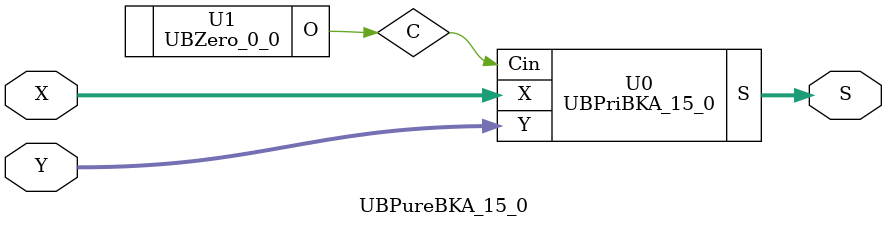
<source format=v>
/*----------------------------------------------------------------------------
  Copyright (c) 2021 Homma laboratory. All rights reserved.

  Top module: UBBKA_15_0_15_0

  Operand-1 length: 16
  Operand-2 length: 16
  Two-operand addition algorithm: Brent-Kung adder
----------------------------------------------------------------------------*/

module GPGenerator(Go, Po, A, B);
  output Go;
  output Po;
  input A;
  input B;
  assign Go = A & B;
  assign Po = A ^ B;
endmodule

module CarryOperator(Go, Po, Gi1, Pi1, Gi2, Pi2);
  output Go;
  output Po;
  input Gi1;
  input Gi2;
  input Pi1;
  input Pi2;
  assign Go = Gi1 | ( Gi2 & Pi1 );
  assign Po = Pi1 & Pi2;
endmodule

module UBPriBKA_15_0(S, X, Y, Cin);
  output [16:0] S;
  input Cin;
  input [15:0] X;
  input [15:0] Y;
  wire [15:0] G0;
  wire [15:0] G1;
  wire [15:0] G2;
  wire [15:0] G3;
  wire [15:0] G4;
  wire [15:0] G5;
  wire [15:0] G6;
  wire [15:0] G7;
  wire [15:0] G8;
  wire [15:0] P0;
  wire [15:0] P1;
  wire [15:0] P2;
  wire [15:0] P3;
  wire [15:0] P4;
  wire [15:0] P5;
  wire [15:0] P6;
  wire [15:0] P7;
  wire [15:0] P8;
  assign P1[0] = P0[0];
  assign G1[0] = G0[0];
  assign P1[2] = P0[2];
  assign G1[2] = G0[2];
  assign P1[4] = P0[4];
  assign G1[4] = G0[4];
  assign P1[6] = P0[6];
  assign G1[6] = G0[6];
  assign P1[8] = P0[8];
  assign G1[8] = G0[8];
  assign P1[10] = P0[10];
  assign G1[10] = G0[10];
  assign P1[12] = P0[12];
  assign G1[12] = G0[12];
  assign P1[14] = P0[14];
  assign G1[14] = G0[14];
  assign P2[0] = P1[0];
  assign G2[0] = G1[0];
  assign P2[1] = P1[1];
  assign G2[1] = G1[1];
  assign P2[2] = P1[2];
  assign G2[2] = G1[2];
  assign P2[4] = P1[4];
  assign G2[4] = G1[4];
  assign P2[5] = P1[5];
  assign G2[5] = G1[5];
  assign P2[6] = P1[6];
  assign G2[6] = G1[6];
  assign P2[8] = P1[8];
  assign G2[8] = G1[8];
  assign P2[9] = P1[9];
  assign G2[9] = G1[9];
  assign P2[10] = P1[10];
  assign G2[10] = G1[10];
  assign P2[12] = P1[12];
  assign G2[12] = G1[12];
  assign P2[13] = P1[13];
  assign G2[13] = G1[13];
  assign P2[14] = P1[14];
  assign G2[14] = G1[14];
  assign P3[0] = P2[0];
  assign G3[0] = G2[0];
  assign P3[1] = P2[1];
  assign G3[1] = G2[1];
  assign P3[2] = P2[2];
  assign G3[2] = G2[2];
  assign P3[3] = P2[3];
  assign G3[3] = G2[3];
  assign P3[4] = P2[4];
  assign G3[4] = G2[4];
  assign P3[5] = P2[5];
  assign G3[5] = G2[5];
  assign P3[6] = P2[6];
  assign G3[6] = G2[6];
  assign P3[8] = P2[8];
  assign G3[8] = G2[8];
  assign P3[9] = P2[9];
  assign G3[9] = G2[9];
  assign P3[10] = P2[10];
  assign G3[10] = G2[10];
  assign P3[11] = P2[11];
  assign G3[11] = G2[11];
  assign P3[12] = P2[12];
  assign G3[12] = G2[12];
  assign P3[13] = P2[13];
  assign G3[13] = G2[13];
  assign P3[14] = P2[14];
  assign G3[14] = G2[14];
  assign P4[0] = P3[0];
  assign G4[0] = G3[0];
  assign P4[1] = P3[1];
  assign G4[1] = G3[1];
  assign P4[2] = P3[2];
  assign G4[2] = G3[2];
  assign P4[3] = P3[3];
  assign G4[3] = G3[3];
  assign P4[4] = P3[4];
  assign G4[4] = G3[4];
  assign P4[5] = P3[5];
  assign G4[5] = G3[5];
  assign P4[6] = P3[6];
  assign G4[6] = G3[6];
  assign P4[7] = P3[7];
  assign G4[7] = G3[7];
  assign P4[8] = P3[8];
  assign G4[8] = G3[8];
  assign P4[9] = P3[9];
  assign G4[9] = G3[9];
  assign P4[10] = P3[10];
  assign G4[10] = G3[10];
  assign P4[11] = P3[11];
  assign G4[11] = G3[11];
  assign P4[12] = P3[12];
  assign G4[12] = G3[12];
  assign P4[13] = P3[13];
  assign G4[13] = G3[13];
  assign P4[14] = P3[14];
  assign G4[14] = G3[14];
  assign P5[0] = P4[0];
  assign G5[0] = G4[0];
  assign P5[1] = P4[1];
  assign G5[1] = G4[1];
  assign P5[2] = P4[2];
  assign G5[2] = G4[2];
  assign P5[3] = P4[3];
  assign G5[3] = G4[3];
  assign P5[4] = P4[4];
  assign G5[4] = G4[4];
  assign P5[5] = P4[5];
  assign G5[5] = G4[5];
  assign P5[6] = P4[6];
  assign G5[6] = G4[6];
  assign P5[7] = P4[7];
  assign G5[7] = G4[7];
  assign P5[8] = P4[8];
  assign G5[8] = G4[8];
  assign P5[9] = P4[9];
  assign G5[9] = G4[9];
  assign P5[10] = P4[10];
  assign G5[10] = G4[10];
  assign P5[11] = P4[11];
  assign G5[11] = G4[11];
  assign P5[12] = P4[12];
  assign G5[12] = G4[12];
  assign P5[13] = P4[13];
  assign G5[13] = G4[13];
  assign P5[14] = P4[14];
  assign G5[14] = G4[14];
  assign P5[15] = P4[15];
  assign G5[15] = G4[15];
  assign P6[0] = P5[0];
  assign G6[0] = G5[0];
  assign P6[1] = P5[1];
  assign G6[1] = G5[1];
  assign P6[2] = P5[2];
  assign G6[2] = G5[2];
  assign P6[3] = P5[3];
  assign G6[3] = G5[3];
  assign P6[4] = P5[4];
  assign G6[4] = G5[4];
  assign P6[5] = P5[5];
  assign G6[5] = G5[5];
  assign P6[6] = P5[6];
  assign G6[6] = G5[6];
  assign P6[7] = P5[7];
  assign G6[7] = G5[7];
  assign P6[8] = P5[8];
  assign G6[8] = G5[8];
  assign P6[9] = P5[9];
  assign G6[9] = G5[9];
  assign P6[10] = P5[10];
  assign G6[10] = G5[10];
  assign P6[12] = P5[12];
  assign G6[12] = G5[12];
  assign P6[13] = P5[13];
  assign G6[13] = G5[13];
  assign P6[14] = P5[14];
  assign G6[14] = G5[14];
  assign P6[15] = P5[15];
  assign G6[15] = G5[15];
  assign P7[0] = P6[0];
  assign G7[0] = G6[0];
  assign P7[1] = P6[1];
  assign G7[1] = G6[1];
  assign P7[2] = P6[2];
  assign G7[2] = G6[2];
  assign P7[3] = P6[3];
  assign G7[3] = G6[3];
  assign P7[4] = P6[4];
  assign G7[4] = G6[4];
  assign P7[6] = P6[6];
  assign G7[6] = G6[6];
  assign P7[7] = P6[7];
  assign G7[7] = G6[7];
  assign P7[8] = P6[8];
  assign G7[8] = G6[8];
  assign P7[10] = P6[10];
  assign G7[10] = G6[10];
  assign P7[11] = P6[11];
  assign G7[11] = G6[11];
  assign P7[12] = P6[12];
  assign G7[12] = G6[12];
  assign P7[14] = P6[14];
  assign G7[14] = G6[14];
  assign P7[15] = P6[15];
  assign G7[15] = G6[15];
  assign P8[0] = P7[0];
  assign G8[0] = G7[0];
  assign P8[1] = P7[1];
  assign G8[1] = G7[1];
  assign P8[3] = P7[3];
  assign G8[3] = G7[3];
  assign P8[5] = P7[5];
  assign G8[5] = G7[5];
  assign P8[7] = P7[7];
  assign G8[7] = G7[7];
  assign P8[9] = P7[9];
  assign G8[9] = G7[9];
  assign P8[11] = P7[11];
  assign G8[11] = G7[11];
  assign P8[13] = P7[13];
  assign G8[13] = G7[13];
  assign P8[15] = P7[15];
  assign G8[15] = G7[15];
  assign S[0] = Cin ^ P0[0];
  assign S[1] = ( G8[0] | ( P8[0] & Cin ) ) ^ P0[1];
  assign S[2] = ( G8[1] | ( P8[1] & Cin ) ) ^ P0[2];
  assign S[3] = ( G8[2] | ( P8[2] & Cin ) ) ^ P0[3];
  assign S[4] = ( G8[3] | ( P8[3] & Cin ) ) ^ P0[4];
  assign S[5] = ( G8[4] | ( P8[4] & Cin ) ) ^ P0[5];
  assign S[6] = ( G8[5] | ( P8[5] & Cin ) ) ^ P0[6];
  assign S[7] = ( G8[6] | ( P8[6] & Cin ) ) ^ P0[7];
  assign S[8] = ( G8[7] | ( P8[7] & Cin ) ) ^ P0[8];
  assign S[9] = ( G8[8] | ( P8[8] & Cin ) ) ^ P0[9];
  assign S[10] = ( G8[9] | ( P8[9] & Cin ) ) ^ P0[10];
  assign S[11] = ( G8[10] | ( P8[10] & Cin ) ) ^ P0[11];
  assign S[12] = ( G8[11] | ( P8[11] & Cin ) ) ^ P0[12];
  assign S[13] = ( G8[12] | ( P8[12] & Cin ) ) ^ P0[13];
  assign S[14] = ( G8[13] | ( P8[13] & Cin ) ) ^ P0[14];
  assign S[15] = ( G8[14] | ( P8[14] & Cin ) ) ^ P0[15];
  assign S[16] = G8[15] | ( P8[15] & Cin );
  GPGenerator U0 (G0[0], P0[0], X[0], Y[0]);
  GPGenerator U1 (G0[1], P0[1], X[1], Y[1]);
  GPGenerator U2 (G0[2], P0[2], X[2], Y[2]);
  GPGenerator U3 (G0[3], P0[3], X[3], Y[3]);
  GPGenerator U4 (G0[4], P0[4], X[4], Y[4]);
  GPGenerator U5 (G0[5], P0[5], X[5], Y[5]);
  GPGenerator U6 (G0[6], P0[6], X[6], Y[6]);
  GPGenerator U7 (G0[7], P0[7], X[7], Y[7]);
  GPGenerator U8 (G0[8], P0[8], X[8], Y[8]);
  GPGenerator U9 (G0[9], P0[9], X[9], Y[9]);
  GPGenerator U10 (G0[10], P0[10], X[10], Y[10]);
  GPGenerator U11 (G0[11], P0[11], X[11], Y[11]);
  GPGenerator U12 (G0[12], P0[12], X[12], Y[12]);
  GPGenerator U13 (G0[13], P0[13], X[13], Y[13]);
  GPGenerator U14 (G0[14], P0[14], X[14], Y[14]);
  GPGenerator U15 (G0[15], P0[15], X[15], Y[15]);
  CarryOperator U16 (G1[1], P1[1], G0[1], P0[1], G0[0], P0[0]);
  CarryOperator U17 (G1[3], P1[3], G0[3], P0[3], G0[2], P0[2]);
  CarryOperator U18 (G1[5], P1[5], G0[5], P0[5], G0[4], P0[4]);
  CarryOperator U19 (G1[7], P1[7], G0[7], P0[7], G0[6], P0[6]);
  CarryOperator U20 (G1[9], P1[9], G0[9], P0[9], G0[8], P0[8]);
  CarryOperator U21 (G1[11], P1[11], G0[11], P0[11], G0[10], P0[10]);
  CarryOperator U22 (G1[13], P1[13], G0[13], P0[13], G0[12], P0[12]);
  CarryOperator U23 (G1[15], P1[15], G0[15], P0[15], G0[14], P0[14]);
  CarryOperator U24 (G2[3], P2[3], G1[3], P1[3], G1[1], P1[1]);
  CarryOperator U25 (G2[7], P2[7], G1[7], P1[7], G1[5], P1[5]);
  CarryOperator U26 (G2[11], P2[11], G1[11], P1[11], G1[9], P1[9]);
  CarryOperator U27 (G2[15], P2[15], G1[15], P1[15], G1[13], P1[13]);
  CarryOperator U28 (G3[7], P3[7], G2[7], P2[7], G2[3], P2[3]);
  CarryOperator U29 (G3[15], P3[15], G2[15], P2[15], G2[11], P2[11]);
  CarryOperator U30 (G4[15], P4[15], G3[15], P3[15], G3[7], P3[7]);
  CarryOperator U31 (G6[11], P6[11], G5[11], P5[11], G5[7], P5[7]);
  CarryOperator U32 (G7[5], P7[5], G6[5], P6[5], G6[3], P6[3]);
  CarryOperator U33 (G7[9], P7[9], G6[9], P6[9], G6[7], P6[7]);
  CarryOperator U34 (G7[13], P7[13], G6[13], P6[13], G6[11], P6[11]);
  CarryOperator U35 (G8[2], P8[2], G7[2], P7[2], G7[1], P7[1]);
  CarryOperator U36 (G8[4], P8[4], G7[4], P7[4], G7[3], P7[3]);
  CarryOperator U37 (G8[6], P8[6], G7[6], P7[6], G7[5], P7[5]);
  CarryOperator U38 (G8[8], P8[8], G7[8], P7[8], G7[7], P7[7]);
  CarryOperator U39 (G8[10], P8[10], G7[10], P7[10], G7[9], P7[9]);
  CarryOperator U40 (G8[12], P8[12], G7[12], P7[12], G7[11], P7[11]);
  CarryOperator U41 (G8[14], P8[14], G7[14], P7[14], G7[13], P7[13]);
endmodule

module UBZero_0_0(O);
  output [0:0] O;
  assign O[0] = 0;
endmodule

module UBBKA_15_0_15_0 (S, X, Y);
  output [16:0] S;
  input [15:0] X;
  input [15:0] Y;
  UBPureBKA_15_0 U0 (S[16:0], X[15:0], Y[15:0]);
endmodule

module UBPureBKA_15_0 (S, X, Y);
  output [16:0] S;
  input [15:0] X;
  input [15:0] Y;
  wire C;
  UBPriBKA_15_0 U0 (S, X, Y, C);
  UBZero_0_0 U1 (C);
endmodule


</source>
